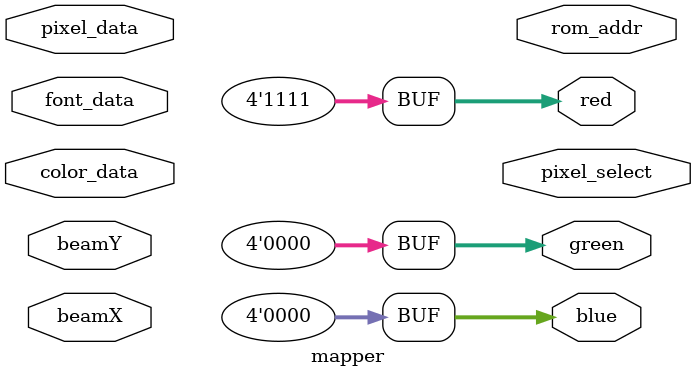
<source format=sv>
module mapper (
    input [9:0] beamX,
    input [9:0] beamY,
    input [7:0] font_data,
    input [31:0] pixel_data,
    input [31:0] color_data,
    
    output [10:0] rom_addr,
    output [11:0] pixel_select,
    
    output [3:0] red,
    output [3:0] green,
    output [3:0] blue
);


assign red = 4'b1111;
assign green = 4'b0000;
assign blue = 4'b0000;

endmodule


</source>
